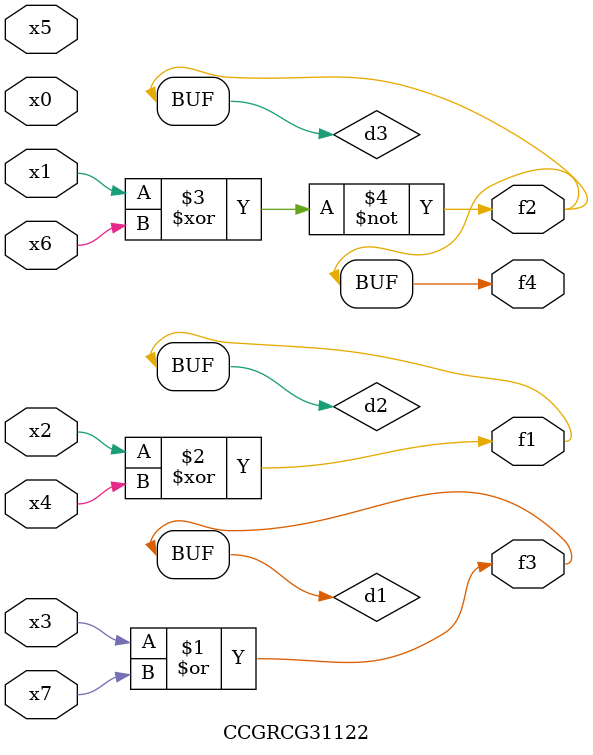
<source format=v>
module CCGRCG31122(
	input x0, x1, x2, x3, x4, x5, x6, x7,
	output f1, f2, f3, f4
);

	wire d1, d2, d3;

	or (d1, x3, x7);
	xor (d2, x2, x4);
	xnor (d3, x1, x6);
	assign f1 = d2;
	assign f2 = d3;
	assign f3 = d1;
	assign f4 = d3;
endmodule

</source>
